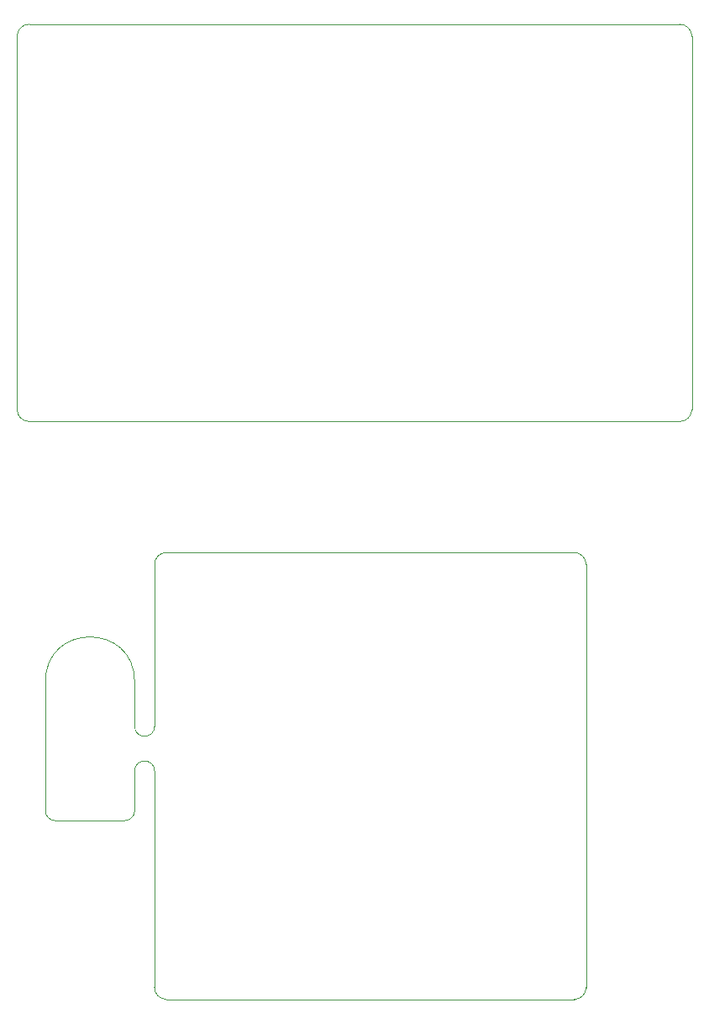
<source format=gbr>
%TF.GenerationSoftware,KiCad,Pcbnew,8.0.5*%
%TF.CreationDate,2024-10-21T14:51:30+02:00*%
%TF.ProjectId,both,626f7468-2e6b-4696-9361-645f70636258,rev?*%
%TF.SameCoordinates,Original*%
%TF.FileFunction,Profile,NP*%
%FSLAX46Y46*%
G04 Gerber Fmt 4.6, Leading zero omitted, Abs format (unit mm)*
G04 Created by KiCad (PCBNEW 8.0.5) date 2024-10-21 14:51:30*
%MOMM*%
%LPD*%
G01*
G04 APERTURE LIST*
%TA.AperFunction,Profile*%
%ADD10C,0.050000*%
%TD*%
G04 APERTURE END LIST*
D10*
X28032000Y-86455472D02*
X28032000Y-99455472D01*
X40232000Y-73455472D02*
X81332000Y-73455472D01*
X37032000Y-90955472D02*
X37032000Y-86455472D01*
X39032000Y-90955472D02*
G75*
G02*
X37032000Y-90955472I-1000000J0D01*
G01*
X82532000Y-74655472D02*
X82532000Y-117255472D01*
X28032000Y-86455472D02*
G75*
G02*
X37032000Y-86455472I4500000J0D01*
G01*
X40232000Y-118455472D02*
G75*
G02*
X39032000Y-117255472I0J1200000D01*
G01*
X39032000Y-90955472D02*
X39032000Y-74655473D01*
X81332000Y-73455472D02*
G75*
G02*
X82532000Y-74655472I0J-1200000D01*
G01*
X37032000Y-99455472D02*
G75*
G02*
X36015870Y-100455342I-999999J-1D01*
G01*
X37032000Y-95455472D02*
G75*
G02*
X39032000Y-95455472I1000000J0D01*
G01*
X29032000Y-100455472D02*
G75*
G02*
X28032000Y-99455472I-1J999999D01*
G01*
X39032000Y-117255472D02*
X39032000Y-95455472D01*
X39032000Y-74655473D02*
G75*
G02*
X40232000Y-73455472I1200000J1D01*
G01*
X29032000Y-100455472D02*
X36015868Y-100455472D01*
X82532000Y-117255472D02*
G75*
G02*
X81332000Y-118455472I-1200000J0D01*
G01*
X37032000Y-95455472D02*
X37032000Y-99455472D01*
X81332000Y-118455472D02*
X40232000Y-118455472D01*
X26387000Y-60262000D02*
G75*
G02*
X25187000Y-59062000I0J1200000D01*
G01*
X91987000Y-20260528D02*
X26387000Y-20262000D01*
X25187000Y-59062000D02*
X25187000Y-21462000D01*
X26387000Y-60262000D02*
X91987000Y-60262000D01*
X25187000Y-21462000D02*
G75*
G02*
X26387000Y-20262000I1200000J0D01*
G01*
X93187000Y-59062000D02*
G75*
G02*
X91987000Y-60262000I-1200000J0D01*
G01*
X93187000Y-59062000D02*
X93187000Y-21460528D01*
X91987000Y-20260528D02*
G75*
G02*
X93187000Y-21460528I-21J-1200021D01*
G01*
M02*

</source>
